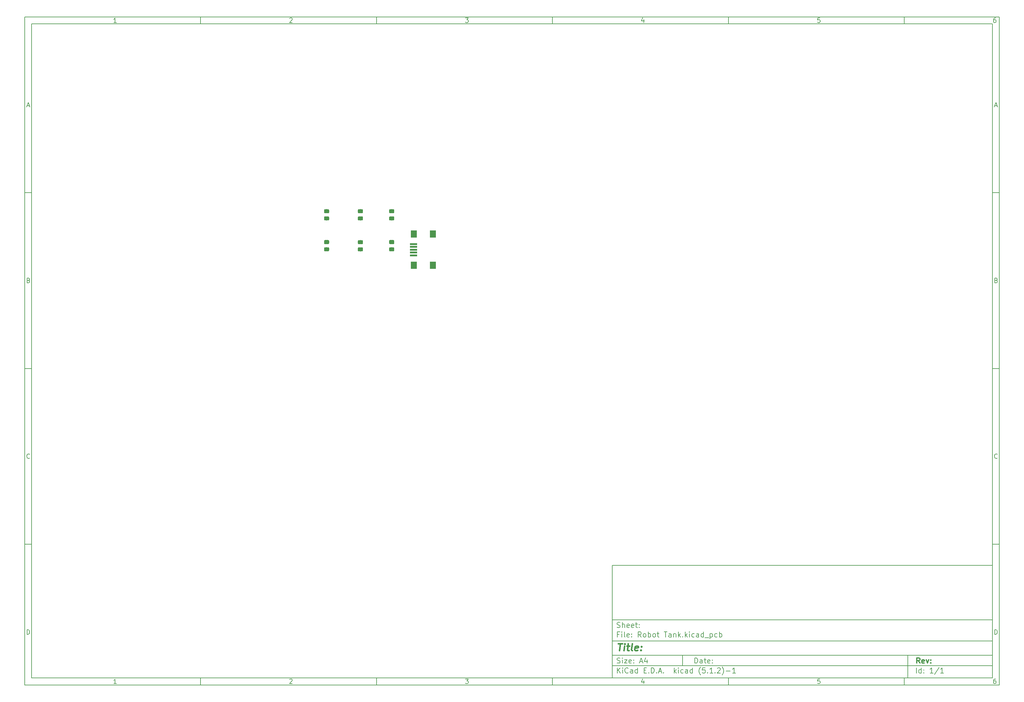
<source format=gtp>
G04 #@! TF.GenerationSoftware,KiCad,Pcbnew,(5.1.2)-1*
G04 #@! TF.CreationDate,2019-07-09T02:23:16-04:00*
G04 #@! TF.ProjectId,Robot Tank,526f626f-7420-4546-916e-6b2e6b696361,rev?*
G04 #@! TF.SameCoordinates,Original*
G04 #@! TF.FileFunction,Paste,Top*
G04 #@! TF.FilePolarity,Positive*
%FSLAX46Y46*%
G04 Gerber Fmt 4.6, Leading zero omitted, Abs format (unit mm)*
G04 Created by KiCad (PCBNEW (5.1.2)-1) date 2019-07-09 02:23:16*
%MOMM*%
%LPD*%
G04 APERTURE LIST*
%ADD10C,0.100000*%
%ADD11C,0.150000*%
%ADD12C,0.300000*%
%ADD13C,0.400000*%
%ADD14C,1.150000*%
%ADD15R,1.700000X2.000000*%
%ADD16R,2.000000X0.500000*%
G04 APERTURE END LIST*
D10*
D11*
X177002200Y-166007200D02*
X177002200Y-198007200D01*
X285002200Y-198007200D01*
X285002200Y-166007200D01*
X177002200Y-166007200D01*
D10*
D11*
X10000000Y-10000000D02*
X10000000Y-200007200D01*
X287002200Y-200007200D01*
X287002200Y-10000000D01*
X10000000Y-10000000D01*
D10*
D11*
X12000000Y-12000000D02*
X12000000Y-198007200D01*
X285002200Y-198007200D01*
X285002200Y-12000000D01*
X12000000Y-12000000D01*
D10*
D11*
X60000000Y-12000000D02*
X60000000Y-10000000D01*
D10*
D11*
X110000000Y-12000000D02*
X110000000Y-10000000D01*
D10*
D11*
X160000000Y-12000000D02*
X160000000Y-10000000D01*
D10*
D11*
X210000000Y-12000000D02*
X210000000Y-10000000D01*
D10*
D11*
X260000000Y-12000000D02*
X260000000Y-10000000D01*
D10*
D11*
X36065476Y-11588095D02*
X35322619Y-11588095D01*
X35694047Y-11588095D02*
X35694047Y-10288095D01*
X35570238Y-10473809D01*
X35446428Y-10597619D01*
X35322619Y-10659523D01*
D10*
D11*
X85322619Y-10411904D02*
X85384523Y-10350000D01*
X85508333Y-10288095D01*
X85817857Y-10288095D01*
X85941666Y-10350000D01*
X86003571Y-10411904D01*
X86065476Y-10535714D01*
X86065476Y-10659523D01*
X86003571Y-10845238D01*
X85260714Y-11588095D01*
X86065476Y-11588095D01*
D10*
D11*
X135260714Y-10288095D02*
X136065476Y-10288095D01*
X135632142Y-10783333D01*
X135817857Y-10783333D01*
X135941666Y-10845238D01*
X136003571Y-10907142D01*
X136065476Y-11030952D01*
X136065476Y-11340476D01*
X136003571Y-11464285D01*
X135941666Y-11526190D01*
X135817857Y-11588095D01*
X135446428Y-11588095D01*
X135322619Y-11526190D01*
X135260714Y-11464285D01*
D10*
D11*
X185941666Y-10721428D02*
X185941666Y-11588095D01*
X185632142Y-10226190D02*
X185322619Y-11154761D01*
X186127380Y-11154761D01*
D10*
D11*
X236003571Y-10288095D02*
X235384523Y-10288095D01*
X235322619Y-10907142D01*
X235384523Y-10845238D01*
X235508333Y-10783333D01*
X235817857Y-10783333D01*
X235941666Y-10845238D01*
X236003571Y-10907142D01*
X236065476Y-11030952D01*
X236065476Y-11340476D01*
X236003571Y-11464285D01*
X235941666Y-11526190D01*
X235817857Y-11588095D01*
X235508333Y-11588095D01*
X235384523Y-11526190D01*
X235322619Y-11464285D01*
D10*
D11*
X285941666Y-10288095D02*
X285694047Y-10288095D01*
X285570238Y-10350000D01*
X285508333Y-10411904D01*
X285384523Y-10597619D01*
X285322619Y-10845238D01*
X285322619Y-11340476D01*
X285384523Y-11464285D01*
X285446428Y-11526190D01*
X285570238Y-11588095D01*
X285817857Y-11588095D01*
X285941666Y-11526190D01*
X286003571Y-11464285D01*
X286065476Y-11340476D01*
X286065476Y-11030952D01*
X286003571Y-10907142D01*
X285941666Y-10845238D01*
X285817857Y-10783333D01*
X285570238Y-10783333D01*
X285446428Y-10845238D01*
X285384523Y-10907142D01*
X285322619Y-11030952D01*
D10*
D11*
X60000000Y-198007200D02*
X60000000Y-200007200D01*
D10*
D11*
X110000000Y-198007200D02*
X110000000Y-200007200D01*
D10*
D11*
X160000000Y-198007200D02*
X160000000Y-200007200D01*
D10*
D11*
X210000000Y-198007200D02*
X210000000Y-200007200D01*
D10*
D11*
X260000000Y-198007200D02*
X260000000Y-200007200D01*
D10*
D11*
X36065476Y-199595295D02*
X35322619Y-199595295D01*
X35694047Y-199595295D02*
X35694047Y-198295295D01*
X35570238Y-198481009D01*
X35446428Y-198604819D01*
X35322619Y-198666723D01*
D10*
D11*
X85322619Y-198419104D02*
X85384523Y-198357200D01*
X85508333Y-198295295D01*
X85817857Y-198295295D01*
X85941666Y-198357200D01*
X86003571Y-198419104D01*
X86065476Y-198542914D01*
X86065476Y-198666723D01*
X86003571Y-198852438D01*
X85260714Y-199595295D01*
X86065476Y-199595295D01*
D10*
D11*
X135260714Y-198295295D02*
X136065476Y-198295295D01*
X135632142Y-198790533D01*
X135817857Y-198790533D01*
X135941666Y-198852438D01*
X136003571Y-198914342D01*
X136065476Y-199038152D01*
X136065476Y-199347676D01*
X136003571Y-199471485D01*
X135941666Y-199533390D01*
X135817857Y-199595295D01*
X135446428Y-199595295D01*
X135322619Y-199533390D01*
X135260714Y-199471485D01*
D10*
D11*
X185941666Y-198728628D02*
X185941666Y-199595295D01*
X185632142Y-198233390D02*
X185322619Y-199161961D01*
X186127380Y-199161961D01*
D10*
D11*
X236003571Y-198295295D02*
X235384523Y-198295295D01*
X235322619Y-198914342D01*
X235384523Y-198852438D01*
X235508333Y-198790533D01*
X235817857Y-198790533D01*
X235941666Y-198852438D01*
X236003571Y-198914342D01*
X236065476Y-199038152D01*
X236065476Y-199347676D01*
X236003571Y-199471485D01*
X235941666Y-199533390D01*
X235817857Y-199595295D01*
X235508333Y-199595295D01*
X235384523Y-199533390D01*
X235322619Y-199471485D01*
D10*
D11*
X285941666Y-198295295D02*
X285694047Y-198295295D01*
X285570238Y-198357200D01*
X285508333Y-198419104D01*
X285384523Y-198604819D01*
X285322619Y-198852438D01*
X285322619Y-199347676D01*
X285384523Y-199471485D01*
X285446428Y-199533390D01*
X285570238Y-199595295D01*
X285817857Y-199595295D01*
X285941666Y-199533390D01*
X286003571Y-199471485D01*
X286065476Y-199347676D01*
X286065476Y-199038152D01*
X286003571Y-198914342D01*
X285941666Y-198852438D01*
X285817857Y-198790533D01*
X285570238Y-198790533D01*
X285446428Y-198852438D01*
X285384523Y-198914342D01*
X285322619Y-199038152D01*
D10*
D11*
X10000000Y-60000000D02*
X12000000Y-60000000D01*
D10*
D11*
X10000000Y-110000000D02*
X12000000Y-110000000D01*
D10*
D11*
X10000000Y-160000000D02*
X12000000Y-160000000D01*
D10*
D11*
X10690476Y-35216666D02*
X11309523Y-35216666D01*
X10566666Y-35588095D02*
X11000000Y-34288095D01*
X11433333Y-35588095D01*
D10*
D11*
X11092857Y-84907142D02*
X11278571Y-84969047D01*
X11340476Y-85030952D01*
X11402380Y-85154761D01*
X11402380Y-85340476D01*
X11340476Y-85464285D01*
X11278571Y-85526190D01*
X11154761Y-85588095D01*
X10659523Y-85588095D01*
X10659523Y-84288095D01*
X11092857Y-84288095D01*
X11216666Y-84350000D01*
X11278571Y-84411904D01*
X11340476Y-84535714D01*
X11340476Y-84659523D01*
X11278571Y-84783333D01*
X11216666Y-84845238D01*
X11092857Y-84907142D01*
X10659523Y-84907142D01*
D10*
D11*
X11402380Y-135464285D02*
X11340476Y-135526190D01*
X11154761Y-135588095D01*
X11030952Y-135588095D01*
X10845238Y-135526190D01*
X10721428Y-135402380D01*
X10659523Y-135278571D01*
X10597619Y-135030952D01*
X10597619Y-134845238D01*
X10659523Y-134597619D01*
X10721428Y-134473809D01*
X10845238Y-134350000D01*
X11030952Y-134288095D01*
X11154761Y-134288095D01*
X11340476Y-134350000D01*
X11402380Y-134411904D01*
D10*
D11*
X10659523Y-185588095D02*
X10659523Y-184288095D01*
X10969047Y-184288095D01*
X11154761Y-184350000D01*
X11278571Y-184473809D01*
X11340476Y-184597619D01*
X11402380Y-184845238D01*
X11402380Y-185030952D01*
X11340476Y-185278571D01*
X11278571Y-185402380D01*
X11154761Y-185526190D01*
X10969047Y-185588095D01*
X10659523Y-185588095D01*
D10*
D11*
X287002200Y-60000000D02*
X285002200Y-60000000D01*
D10*
D11*
X287002200Y-110000000D02*
X285002200Y-110000000D01*
D10*
D11*
X287002200Y-160000000D02*
X285002200Y-160000000D01*
D10*
D11*
X285692676Y-35216666D02*
X286311723Y-35216666D01*
X285568866Y-35588095D02*
X286002200Y-34288095D01*
X286435533Y-35588095D01*
D10*
D11*
X286095057Y-84907142D02*
X286280771Y-84969047D01*
X286342676Y-85030952D01*
X286404580Y-85154761D01*
X286404580Y-85340476D01*
X286342676Y-85464285D01*
X286280771Y-85526190D01*
X286156961Y-85588095D01*
X285661723Y-85588095D01*
X285661723Y-84288095D01*
X286095057Y-84288095D01*
X286218866Y-84350000D01*
X286280771Y-84411904D01*
X286342676Y-84535714D01*
X286342676Y-84659523D01*
X286280771Y-84783333D01*
X286218866Y-84845238D01*
X286095057Y-84907142D01*
X285661723Y-84907142D01*
D10*
D11*
X286404580Y-135464285D02*
X286342676Y-135526190D01*
X286156961Y-135588095D01*
X286033152Y-135588095D01*
X285847438Y-135526190D01*
X285723628Y-135402380D01*
X285661723Y-135278571D01*
X285599819Y-135030952D01*
X285599819Y-134845238D01*
X285661723Y-134597619D01*
X285723628Y-134473809D01*
X285847438Y-134350000D01*
X286033152Y-134288095D01*
X286156961Y-134288095D01*
X286342676Y-134350000D01*
X286404580Y-134411904D01*
D10*
D11*
X285661723Y-185588095D02*
X285661723Y-184288095D01*
X285971247Y-184288095D01*
X286156961Y-184350000D01*
X286280771Y-184473809D01*
X286342676Y-184597619D01*
X286404580Y-184845238D01*
X286404580Y-185030952D01*
X286342676Y-185278571D01*
X286280771Y-185402380D01*
X286156961Y-185526190D01*
X285971247Y-185588095D01*
X285661723Y-185588095D01*
D10*
D11*
X200434342Y-193785771D02*
X200434342Y-192285771D01*
X200791485Y-192285771D01*
X201005771Y-192357200D01*
X201148628Y-192500057D01*
X201220057Y-192642914D01*
X201291485Y-192928628D01*
X201291485Y-193142914D01*
X201220057Y-193428628D01*
X201148628Y-193571485D01*
X201005771Y-193714342D01*
X200791485Y-193785771D01*
X200434342Y-193785771D01*
X202577200Y-193785771D02*
X202577200Y-193000057D01*
X202505771Y-192857200D01*
X202362914Y-192785771D01*
X202077200Y-192785771D01*
X201934342Y-192857200D01*
X202577200Y-193714342D02*
X202434342Y-193785771D01*
X202077200Y-193785771D01*
X201934342Y-193714342D01*
X201862914Y-193571485D01*
X201862914Y-193428628D01*
X201934342Y-193285771D01*
X202077200Y-193214342D01*
X202434342Y-193214342D01*
X202577200Y-193142914D01*
X203077200Y-192785771D02*
X203648628Y-192785771D01*
X203291485Y-192285771D02*
X203291485Y-193571485D01*
X203362914Y-193714342D01*
X203505771Y-193785771D01*
X203648628Y-193785771D01*
X204720057Y-193714342D02*
X204577200Y-193785771D01*
X204291485Y-193785771D01*
X204148628Y-193714342D01*
X204077200Y-193571485D01*
X204077200Y-193000057D01*
X204148628Y-192857200D01*
X204291485Y-192785771D01*
X204577200Y-192785771D01*
X204720057Y-192857200D01*
X204791485Y-193000057D01*
X204791485Y-193142914D01*
X204077200Y-193285771D01*
X205434342Y-193642914D02*
X205505771Y-193714342D01*
X205434342Y-193785771D01*
X205362914Y-193714342D01*
X205434342Y-193642914D01*
X205434342Y-193785771D01*
X205434342Y-192857200D02*
X205505771Y-192928628D01*
X205434342Y-193000057D01*
X205362914Y-192928628D01*
X205434342Y-192857200D01*
X205434342Y-193000057D01*
D10*
D11*
X177002200Y-194507200D02*
X285002200Y-194507200D01*
D10*
D11*
X178434342Y-196585771D02*
X178434342Y-195085771D01*
X179291485Y-196585771D02*
X178648628Y-195728628D01*
X179291485Y-195085771D02*
X178434342Y-195942914D01*
X179934342Y-196585771D02*
X179934342Y-195585771D01*
X179934342Y-195085771D02*
X179862914Y-195157200D01*
X179934342Y-195228628D01*
X180005771Y-195157200D01*
X179934342Y-195085771D01*
X179934342Y-195228628D01*
X181505771Y-196442914D02*
X181434342Y-196514342D01*
X181220057Y-196585771D01*
X181077200Y-196585771D01*
X180862914Y-196514342D01*
X180720057Y-196371485D01*
X180648628Y-196228628D01*
X180577200Y-195942914D01*
X180577200Y-195728628D01*
X180648628Y-195442914D01*
X180720057Y-195300057D01*
X180862914Y-195157200D01*
X181077200Y-195085771D01*
X181220057Y-195085771D01*
X181434342Y-195157200D01*
X181505771Y-195228628D01*
X182791485Y-196585771D02*
X182791485Y-195800057D01*
X182720057Y-195657200D01*
X182577200Y-195585771D01*
X182291485Y-195585771D01*
X182148628Y-195657200D01*
X182791485Y-196514342D02*
X182648628Y-196585771D01*
X182291485Y-196585771D01*
X182148628Y-196514342D01*
X182077200Y-196371485D01*
X182077200Y-196228628D01*
X182148628Y-196085771D01*
X182291485Y-196014342D01*
X182648628Y-196014342D01*
X182791485Y-195942914D01*
X184148628Y-196585771D02*
X184148628Y-195085771D01*
X184148628Y-196514342D02*
X184005771Y-196585771D01*
X183720057Y-196585771D01*
X183577200Y-196514342D01*
X183505771Y-196442914D01*
X183434342Y-196300057D01*
X183434342Y-195871485D01*
X183505771Y-195728628D01*
X183577200Y-195657200D01*
X183720057Y-195585771D01*
X184005771Y-195585771D01*
X184148628Y-195657200D01*
X186005771Y-195800057D02*
X186505771Y-195800057D01*
X186720057Y-196585771D02*
X186005771Y-196585771D01*
X186005771Y-195085771D01*
X186720057Y-195085771D01*
X187362914Y-196442914D02*
X187434342Y-196514342D01*
X187362914Y-196585771D01*
X187291485Y-196514342D01*
X187362914Y-196442914D01*
X187362914Y-196585771D01*
X188077200Y-196585771D02*
X188077200Y-195085771D01*
X188434342Y-195085771D01*
X188648628Y-195157200D01*
X188791485Y-195300057D01*
X188862914Y-195442914D01*
X188934342Y-195728628D01*
X188934342Y-195942914D01*
X188862914Y-196228628D01*
X188791485Y-196371485D01*
X188648628Y-196514342D01*
X188434342Y-196585771D01*
X188077200Y-196585771D01*
X189577200Y-196442914D02*
X189648628Y-196514342D01*
X189577200Y-196585771D01*
X189505771Y-196514342D01*
X189577200Y-196442914D01*
X189577200Y-196585771D01*
X190220057Y-196157200D02*
X190934342Y-196157200D01*
X190077200Y-196585771D02*
X190577200Y-195085771D01*
X191077200Y-196585771D01*
X191577200Y-196442914D02*
X191648628Y-196514342D01*
X191577200Y-196585771D01*
X191505771Y-196514342D01*
X191577200Y-196442914D01*
X191577200Y-196585771D01*
X194577200Y-196585771D02*
X194577200Y-195085771D01*
X194720057Y-196014342D02*
X195148628Y-196585771D01*
X195148628Y-195585771D02*
X194577200Y-196157200D01*
X195791485Y-196585771D02*
X195791485Y-195585771D01*
X195791485Y-195085771D02*
X195720057Y-195157200D01*
X195791485Y-195228628D01*
X195862914Y-195157200D01*
X195791485Y-195085771D01*
X195791485Y-195228628D01*
X197148628Y-196514342D02*
X197005771Y-196585771D01*
X196720057Y-196585771D01*
X196577200Y-196514342D01*
X196505771Y-196442914D01*
X196434342Y-196300057D01*
X196434342Y-195871485D01*
X196505771Y-195728628D01*
X196577200Y-195657200D01*
X196720057Y-195585771D01*
X197005771Y-195585771D01*
X197148628Y-195657200D01*
X198434342Y-196585771D02*
X198434342Y-195800057D01*
X198362914Y-195657200D01*
X198220057Y-195585771D01*
X197934342Y-195585771D01*
X197791485Y-195657200D01*
X198434342Y-196514342D02*
X198291485Y-196585771D01*
X197934342Y-196585771D01*
X197791485Y-196514342D01*
X197720057Y-196371485D01*
X197720057Y-196228628D01*
X197791485Y-196085771D01*
X197934342Y-196014342D01*
X198291485Y-196014342D01*
X198434342Y-195942914D01*
X199791485Y-196585771D02*
X199791485Y-195085771D01*
X199791485Y-196514342D02*
X199648628Y-196585771D01*
X199362914Y-196585771D01*
X199220057Y-196514342D01*
X199148628Y-196442914D01*
X199077200Y-196300057D01*
X199077200Y-195871485D01*
X199148628Y-195728628D01*
X199220057Y-195657200D01*
X199362914Y-195585771D01*
X199648628Y-195585771D01*
X199791485Y-195657200D01*
X202077200Y-197157200D02*
X202005771Y-197085771D01*
X201862914Y-196871485D01*
X201791485Y-196728628D01*
X201720057Y-196514342D01*
X201648628Y-196157200D01*
X201648628Y-195871485D01*
X201720057Y-195514342D01*
X201791485Y-195300057D01*
X201862914Y-195157200D01*
X202005771Y-194942914D01*
X202077200Y-194871485D01*
X203362914Y-195085771D02*
X202648628Y-195085771D01*
X202577200Y-195800057D01*
X202648628Y-195728628D01*
X202791485Y-195657200D01*
X203148628Y-195657200D01*
X203291485Y-195728628D01*
X203362914Y-195800057D01*
X203434342Y-195942914D01*
X203434342Y-196300057D01*
X203362914Y-196442914D01*
X203291485Y-196514342D01*
X203148628Y-196585771D01*
X202791485Y-196585771D01*
X202648628Y-196514342D01*
X202577200Y-196442914D01*
X204077200Y-196442914D02*
X204148628Y-196514342D01*
X204077200Y-196585771D01*
X204005771Y-196514342D01*
X204077200Y-196442914D01*
X204077200Y-196585771D01*
X205577200Y-196585771D02*
X204720057Y-196585771D01*
X205148628Y-196585771D02*
X205148628Y-195085771D01*
X205005771Y-195300057D01*
X204862914Y-195442914D01*
X204720057Y-195514342D01*
X206220057Y-196442914D02*
X206291485Y-196514342D01*
X206220057Y-196585771D01*
X206148628Y-196514342D01*
X206220057Y-196442914D01*
X206220057Y-196585771D01*
X206862914Y-195228628D02*
X206934342Y-195157200D01*
X207077200Y-195085771D01*
X207434342Y-195085771D01*
X207577200Y-195157200D01*
X207648628Y-195228628D01*
X207720057Y-195371485D01*
X207720057Y-195514342D01*
X207648628Y-195728628D01*
X206791485Y-196585771D01*
X207720057Y-196585771D01*
X208220057Y-197157200D02*
X208291485Y-197085771D01*
X208434342Y-196871485D01*
X208505771Y-196728628D01*
X208577200Y-196514342D01*
X208648628Y-196157200D01*
X208648628Y-195871485D01*
X208577200Y-195514342D01*
X208505771Y-195300057D01*
X208434342Y-195157200D01*
X208291485Y-194942914D01*
X208220057Y-194871485D01*
X209362914Y-196014342D02*
X210505771Y-196014342D01*
X212005771Y-196585771D02*
X211148628Y-196585771D01*
X211577200Y-196585771D02*
X211577200Y-195085771D01*
X211434342Y-195300057D01*
X211291485Y-195442914D01*
X211148628Y-195514342D01*
D10*
D11*
X177002200Y-191507200D02*
X285002200Y-191507200D01*
D10*
D12*
X264411485Y-193785771D02*
X263911485Y-193071485D01*
X263554342Y-193785771D02*
X263554342Y-192285771D01*
X264125771Y-192285771D01*
X264268628Y-192357200D01*
X264340057Y-192428628D01*
X264411485Y-192571485D01*
X264411485Y-192785771D01*
X264340057Y-192928628D01*
X264268628Y-193000057D01*
X264125771Y-193071485D01*
X263554342Y-193071485D01*
X265625771Y-193714342D02*
X265482914Y-193785771D01*
X265197200Y-193785771D01*
X265054342Y-193714342D01*
X264982914Y-193571485D01*
X264982914Y-193000057D01*
X265054342Y-192857200D01*
X265197200Y-192785771D01*
X265482914Y-192785771D01*
X265625771Y-192857200D01*
X265697200Y-193000057D01*
X265697200Y-193142914D01*
X264982914Y-193285771D01*
X266197200Y-192785771D02*
X266554342Y-193785771D01*
X266911485Y-192785771D01*
X267482914Y-193642914D02*
X267554342Y-193714342D01*
X267482914Y-193785771D01*
X267411485Y-193714342D01*
X267482914Y-193642914D01*
X267482914Y-193785771D01*
X267482914Y-192857200D02*
X267554342Y-192928628D01*
X267482914Y-193000057D01*
X267411485Y-192928628D01*
X267482914Y-192857200D01*
X267482914Y-193000057D01*
D10*
D11*
X178362914Y-193714342D02*
X178577200Y-193785771D01*
X178934342Y-193785771D01*
X179077200Y-193714342D01*
X179148628Y-193642914D01*
X179220057Y-193500057D01*
X179220057Y-193357200D01*
X179148628Y-193214342D01*
X179077200Y-193142914D01*
X178934342Y-193071485D01*
X178648628Y-193000057D01*
X178505771Y-192928628D01*
X178434342Y-192857200D01*
X178362914Y-192714342D01*
X178362914Y-192571485D01*
X178434342Y-192428628D01*
X178505771Y-192357200D01*
X178648628Y-192285771D01*
X179005771Y-192285771D01*
X179220057Y-192357200D01*
X179862914Y-193785771D02*
X179862914Y-192785771D01*
X179862914Y-192285771D02*
X179791485Y-192357200D01*
X179862914Y-192428628D01*
X179934342Y-192357200D01*
X179862914Y-192285771D01*
X179862914Y-192428628D01*
X180434342Y-192785771D02*
X181220057Y-192785771D01*
X180434342Y-193785771D01*
X181220057Y-193785771D01*
X182362914Y-193714342D02*
X182220057Y-193785771D01*
X181934342Y-193785771D01*
X181791485Y-193714342D01*
X181720057Y-193571485D01*
X181720057Y-193000057D01*
X181791485Y-192857200D01*
X181934342Y-192785771D01*
X182220057Y-192785771D01*
X182362914Y-192857200D01*
X182434342Y-193000057D01*
X182434342Y-193142914D01*
X181720057Y-193285771D01*
X183077200Y-193642914D02*
X183148628Y-193714342D01*
X183077200Y-193785771D01*
X183005771Y-193714342D01*
X183077200Y-193642914D01*
X183077200Y-193785771D01*
X183077200Y-192857200D02*
X183148628Y-192928628D01*
X183077200Y-193000057D01*
X183005771Y-192928628D01*
X183077200Y-192857200D01*
X183077200Y-193000057D01*
X184862914Y-193357200D02*
X185577200Y-193357200D01*
X184720057Y-193785771D02*
X185220057Y-192285771D01*
X185720057Y-193785771D01*
X186862914Y-192785771D02*
X186862914Y-193785771D01*
X186505771Y-192214342D02*
X186148628Y-193285771D01*
X187077200Y-193285771D01*
D10*
D11*
X263434342Y-196585771D02*
X263434342Y-195085771D01*
X264791485Y-196585771D02*
X264791485Y-195085771D01*
X264791485Y-196514342D02*
X264648628Y-196585771D01*
X264362914Y-196585771D01*
X264220057Y-196514342D01*
X264148628Y-196442914D01*
X264077200Y-196300057D01*
X264077200Y-195871485D01*
X264148628Y-195728628D01*
X264220057Y-195657200D01*
X264362914Y-195585771D01*
X264648628Y-195585771D01*
X264791485Y-195657200D01*
X265505771Y-196442914D02*
X265577200Y-196514342D01*
X265505771Y-196585771D01*
X265434342Y-196514342D01*
X265505771Y-196442914D01*
X265505771Y-196585771D01*
X265505771Y-195657200D02*
X265577200Y-195728628D01*
X265505771Y-195800057D01*
X265434342Y-195728628D01*
X265505771Y-195657200D01*
X265505771Y-195800057D01*
X268148628Y-196585771D02*
X267291485Y-196585771D01*
X267720057Y-196585771D02*
X267720057Y-195085771D01*
X267577200Y-195300057D01*
X267434342Y-195442914D01*
X267291485Y-195514342D01*
X269862914Y-195014342D02*
X268577200Y-196942914D01*
X271148628Y-196585771D02*
X270291485Y-196585771D01*
X270720057Y-196585771D02*
X270720057Y-195085771D01*
X270577200Y-195300057D01*
X270434342Y-195442914D01*
X270291485Y-195514342D01*
D10*
D11*
X177002200Y-187507200D02*
X285002200Y-187507200D01*
D10*
D13*
X178714580Y-188211961D02*
X179857438Y-188211961D01*
X179036009Y-190211961D02*
X179286009Y-188211961D01*
X180274104Y-190211961D02*
X180440771Y-188878628D01*
X180524104Y-188211961D02*
X180416961Y-188307200D01*
X180500295Y-188402438D01*
X180607438Y-188307200D01*
X180524104Y-188211961D01*
X180500295Y-188402438D01*
X181107438Y-188878628D02*
X181869342Y-188878628D01*
X181476485Y-188211961D02*
X181262200Y-189926247D01*
X181333628Y-190116723D01*
X181512200Y-190211961D01*
X181702676Y-190211961D01*
X182655057Y-190211961D02*
X182476485Y-190116723D01*
X182405057Y-189926247D01*
X182619342Y-188211961D01*
X184190771Y-190116723D02*
X183988390Y-190211961D01*
X183607438Y-190211961D01*
X183428866Y-190116723D01*
X183357438Y-189926247D01*
X183452676Y-189164342D01*
X183571723Y-188973866D01*
X183774104Y-188878628D01*
X184155057Y-188878628D01*
X184333628Y-188973866D01*
X184405057Y-189164342D01*
X184381247Y-189354819D01*
X183405057Y-189545295D01*
X185155057Y-190021485D02*
X185238390Y-190116723D01*
X185131247Y-190211961D01*
X185047914Y-190116723D01*
X185155057Y-190021485D01*
X185131247Y-190211961D01*
X185286009Y-188973866D02*
X185369342Y-189069104D01*
X185262200Y-189164342D01*
X185178866Y-189069104D01*
X185286009Y-188973866D01*
X185262200Y-189164342D01*
D10*
D11*
X178934342Y-185600057D02*
X178434342Y-185600057D01*
X178434342Y-186385771D02*
X178434342Y-184885771D01*
X179148628Y-184885771D01*
X179720057Y-186385771D02*
X179720057Y-185385771D01*
X179720057Y-184885771D02*
X179648628Y-184957200D01*
X179720057Y-185028628D01*
X179791485Y-184957200D01*
X179720057Y-184885771D01*
X179720057Y-185028628D01*
X180648628Y-186385771D02*
X180505771Y-186314342D01*
X180434342Y-186171485D01*
X180434342Y-184885771D01*
X181791485Y-186314342D02*
X181648628Y-186385771D01*
X181362914Y-186385771D01*
X181220057Y-186314342D01*
X181148628Y-186171485D01*
X181148628Y-185600057D01*
X181220057Y-185457200D01*
X181362914Y-185385771D01*
X181648628Y-185385771D01*
X181791485Y-185457200D01*
X181862914Y-185600057D01*
X181862914Y-185742914D01*
X181148628Y-185885771D01*
X182505771Y-186242914D02*
X182577200Y-186314342D01*
X182505771Y-186385771D01*
X182434342Y-186314342D01*
X182505771Y-186242914D01*
X182505771Y-186385771D01*
X182505771Y-185457200D02*
X182577200Y-185528628D01*
X182505771Y-185600057D01*
X182434342Y-185528628D01*
X182505771Y-185457200D01*
X182505771Y-185600057D01*
X185220057Y-186385771D02*
X184720057Y-185671485D01*
X184362914Y-186385771D02*
X184362914Y-184885771D01*
X184934342Y-184885771D01*
X185077200Y-184957200D01*
X185148628Y-185028628D01*
X185220057Y-185171485D01*
X185220057Y-185385771D01*
X185148628Y-185528628D01*
X185077200Y-185600057D01*
X184934342Y-185671485D01*
X184362914Y-185671485D01*
X186077200Y-186385771D02*
X185934342Y-186314342D01*
X185862914Y-186242914D01*
X185791485Y-186100057D01*
X185791485Y-185671485D01*
X185862914Y-185528628D01*
X185934342Y-185457200D01*
X186077200Y-185385771D01*
X186291485Y-185385771D01*
X186434342Y-185457200D01*
X186505771Y-185528628D01*
X186577200Y-185671485D01*
X186577200Y-186100057D01*
X186505771Y-186242914D01*
X186434342Y-186314342D01*
X186291485Y-186385771D01*
X186077200Y-186385771D01*
X187220057Y-186385771D02*
X187220057Y-184885771D01*
X187220057Y-185457200D02*
X187362914Y-185385771D01*
X187648628Y-185385771D01*
X187791485Y-185457200D01*
X187862914Y-185528628D01*
X187934342Y-185671485D01*
X187934342Y-186100057D01*
X187862914Y-186242914D01*
X187791485Y-186314342D01*
X187648628Y-186385771D01*
X187362914Y-186385771D01*
X187220057Y-186314342D01*
X188791485Y-186385771D02*
X188648628Y-186314342D01*
X188577200Y-186242914D01*
X188505771Y-186100057D01*
X188505771Y-185671485D01*
X188577200Y-185528628D01*
X188648628Y-185457200D01*
X188791485Y-185385771D01*
X189005771Y-185385771D01*
X189148628Y-185457200D01*
X189220057Y-185528628D01*
X189291485Y-185671485D01*
X189291485Y-186100057D01*
X189220057Y-186242914D01*
X189148628Y-186314342D01*
X189005771Y-186385771D01*
X188791485Y-186385771D01*
X189720057Y-185385771D02*
X190291485Y-185385771D01*
X189934342Y-184885771D02*
X189934342Y-186171485D01*
X190005771Y-186314342D01*
X190148628Y-186385771D01*
X190291485Y-186385771D01*
X191720057Y-184885771D02*
X192577200Y-184885771D01*
X192148628Y-186385771D02*
X192148628Y-184885771D01*
X193720057Y-186385771D02*
X193720057Y-185600057D01*
X193648628Y-185457200D01*
X193505771Y-185385771D01*
X193220057Y-185385771D01*
X193077200Y-185457200D01*
X193720057Y-186314342D02*
X193577200Y-186385771D01*
X193220057Y-186385771D01*
X193077200Y-186314342D01*
X193005771Y-186171485D01*
X193005771Y-186028628D01*
X193077200Y-185885771D01*
X193220057Y-185814342D01*
X193577200Y-185814342D01*
X193720057Y-185742914D01*
X194434342Y-185385771D02*
X194434342Y-186385771D01*
X194434342Y-185528628D02*
X194505771Y-185457200D01*
X194648628Y-185385771D01*
X194862914Y-185385771D01*
X195005771Y-185457200D01*
X195077200Y-185600057D01*
X195077200Y-186385771D01*
X195791485Y-186385771D02*
X195791485Y-184885771D01*
X195934342Y-185814342D02*
X196362914Y-186385771D01*
X196362914Y-185385771D02*
X195791485Y-185957200D01*
X197005771Y-186242914D02*
X197077200Y-186314342D01*
X197005771Y-186385771D01*
X196934342Y-186314342D01*
X197005771Y-186242914D01*
X197005771Y-186385771D01*
X197720057Y-186385771D02*
X197720057Y-184885771D01*
X197862914Y-185814342D02*
X198291485Y-186385771D01*
X198291485Y-185385771D02*
X197720057Y-185957200D01*
X198934342Y-186385771D02*
X198934342Y-185385771D01*
X198934342Y-184885771D02*
X198862914Y-184957200D01*
X198934342Y-185028628D01*
X199005771Y-184957200D01*
X198934342Y-184885771D01*
X198934342Y-185028628D01*
X200291485Y-186314342D02*
X200148628Y-186385771D01*
X199862914Y-186385771D01*
X199720057Y-186314342D01*
X199648628Y-186242914D01*
X199577200Y-186100057D01*
X199577200Y-185671485D01*
X199648628Y-185528628D01*
X199720057Y-185457200D01*
X199862914Y-185385771D01*
X200148628Y-185385771D01*
X200291485Y-185457200D01*
X201577200Y-186385771D02*
X201577200Y-185600057D01*
X201505771Y-185457200D01*
X201362914Y-185385771D01*
X201077200Y-185385771D01*
X200934342Y-185457200D01*
X201577200Y-186314342D02*
X201434342Y-186385771D01*
X201077200Y-186385771D01*
X200934342Y-186314342D01*
X200862914Y-186171485D01*
X200862914Y-186028628D01*
X200934342Y-185885771D01*
X201077200Y-185814342D01*
X201434342Y-185814342D01*
X201577200Y-185742914D01*
X202934342Y-186385771D02*
X202934342Y-184885771D01*
X202934342Y-186314342D02*
X202791485Y-186385771D01*
X202505771Y-186385771D01*
X202362914Y-186314342D01*
X202291485Y-186242914D01*
X202220057Y-186100057D01*
X202220057Y-185671485D01*
X202291485Y-185528628D01*
X202362914Y-185457200D01*
X202505771Y-185385771D01*
X202791485Y-185385771D01*
X202934342Y-185457200D01*
X203291485Y-186528628D02*
X204434342Y-186528628D01*
X204791485Y-185385771D02*
X204791485Y-186885771D01*
X204791485Y-185457200D02*
X204934342Y-185385771D01*
X205220057Y-185385771D01*
X205362914Y-185457200D01*
X205434342Y-185528628D01*
X205505771Y-185671485D01*
X205505771Y-186100057D01*
X205434342Y-186242914D01*
X205362914Y-186314342D01*
X205220057Y-186385771D01*
X204934342Y-186385771D01*
X204791485Y-186314342D01*
X206791485Y-186314342D02*
X206648628Y-186385771D01*
X206362914Y-186385771D01*
X206220057Y-186314342D01*
X206148628Y-186242914D01*
X206077200Y-186100057D01*
X206077200Y-185671485D01*
X206148628Y-185528628D01*
X206220057Y-185457200D01*
X206362914Y-185385771D01*
X206648628Y-185385771D01*
X206791485Y-185457200D01*
X207434342Y-186385771D02*
X207434342Y-184885771D01*
X207434342Y-185457200D02*
X207577200Y-185385771D01*
X207862914Y-185385771D01*
X208005771Y-185457200D01*
X208077200Y-185528628D01*
X208148628Y-185671485D01*
X208148628Y-186100057D01*
X208077200Y-186242914D01*
X208005771Y-186314342D01*
X207862914Y-186385771D01*
X207577200Y-186385771D01*
X207434342Y-186314342D01*
D10*
D11*
X177002200Y-181507200D02*
X285002200Y-181507200D01*
D10*
D11*
X178362914Y-183614342D02*
X178577200Y-183685771D01*
X178934342Y-183685771D01*
X179077200Y-183614342D01*
X179148628Y-183542914D01*
X179220057Y-183400057D01*
X179220057Y-183257200D01*
X179148628Y-183114342D01*
X179077200Y-183042914D01*
X178934342Y-182971485D01*
X178648628Y-182900057D01*
X178505771Y-182828628D01*
X178434342Y-182757200D01*
X178362914Y-182614342D01*
X178362914Y-182471485D01*
X178434342Y-182328628D01*
X178505771Y-182257200D01*
X178648628Y-182185771D01*
X179005771Y-182185771D01*
X179220057Y-182257200D01*
X179862914Y-183685771D02*
X179862914Y-182185771D01*
X180505771Y-183685771D02*
X180505771Y-182900057D01*
X180434342Y-182757200D01*
X180291485Y-182685771D01*
X180077200Y-182685771D01*
X179934342Y-182757200D01*
X179862914Y-182828628D01*
X181791485Y-183614342D02*
X181648628Y-183685771D01*
X181362914Y-183685771D01*
X181220057Y-183614342D01*
X181148628Y-183471485D01*
X181148628Y-182900057D01*
X181220057Y-182757200D01*
X181362914Y-182685771D01*
X181648628Y-182685771D01*
X181791485Y-182757200D01*
X181862914Y-182900057D01*
X181862914Y-183042914D01*
X181148628Y-183185771D01*
X183077200Y-183614342D02*
X182934342Y-183685771D01*
X182648628Y-183685771D01*
X182505771Y-183614342D01*
X182434342Y-183471485D01*
X182434342Y-182900057D01*
X182505771Y-182757200D01*
X182648628Y-182685771D01*
X182934342Y-182685771D01*
X183077200Y-182757200D01*
X183148628Y-182900057D01*
X183148628Y-183042914D01*
X182434342Y-183185771D01*
X183577200Y-182685771D02*
X184148628Y-182685771D01*
X183791485Y-182185771D02*
X183791485Y-183471485D01*
X183862914Y-183614342D01*
X184005771Y-183685771D01*
X184148628Y-183685771D01*
X184648628Y-183542914D02*
X184720057Y-183614342D01*
X184648628Y-183685771D01*
X184577200Y-183614342D01*
X184648628Y-183542914D01*
X184648628Y-183685771D01*
X184648628Y-182757200D02*
X184720057Y-182828628D01*
X184648628Y-182900057D01*
X184577200Y-182828628D01*
X184648628Y-182757200D01*
X184648628Y-182900057D01*
D10*
D11*
X197002200Y-191507200D02*
X197002200Y-194507200D01*
D10*
D11*
X261002200Y-191507200D02*
X261002200Y-198007200D01*
D10*
G36*
X114774505Y-64686204D02*
G01*
X114798773Y-64689804D01*
X114822572Y-64695765D01*
X114845671Y-64704030D01*
X114867850Y-64714520D01*
X114888893Y-64727132D01*
X114908599Y-64741747D01*
X114926777Y-64758223D01*
X114943253Y-64776401D01*
X114957868Y-64796107D01*
X114970480Y-64817150D01*
X114980970Y-64839329D01*
X114989235Y-64862428D01*
X114995196Y-64886227D01*
X114998796Y-64910495D01*
X115000000Y-64934999D01*
X115000000Y-65585001D01*
X114998796Y-65609505D01*
X114995196Y-65633773D01*
X114989235Y-65657572D01*
X114980970Y-65680671D01*
X114970480Y-65702850D01*
X114957868Y-65723893D01*
X114943253Y-65743599D01*
X114926777Y-65761777D01*
X114908599Y-65778253D01*
X114888893Y-65792868D01*
X114867850Y-65805480D01*
X114845671Y-65815970D01*
X114822572Y-65824235D01*
X114798773Y-65830196D01*
X114774505Y-65833796D01*
X114750001Y-65835000D01*
X113849999Y-65835000D01*
X113825495Y-65833796D01*
X113801227Y-65830196D01*
X113777428Y-65824235D01*
X113754329Y-65815970D01*
X113732150Y-65805480D01*
X113711107Y-65792868D01*
X113691401Y-65778253D01*
X113673223Y-65761777D01*
X113656747Y-65743599D01*
X113642132Y-65723893D01*
X113629520Y-65702850D01*
X113619030Y-65680671D01*
X113610765Y-65657572D01*
X113604804Y-65633773D01*
X113601204Y-65609505D01*
X113600000Y-65585001D01*
X113600000Y-64934999D01*
X113601204Y-64910495D01*
X113604804Y-64886227D01*
X113610765Y-64862428D01*
X113619030Y-64839329D01*
X113629520Y-64817150D01*
X113642132Y-64796107D01*
X113656747Y-64776401D01*
X113673223Y-64758223D01*
X113691401Y-64741747D01*
X113711107Y-64727132D01*
X113732150Y-64714520D01*
X113754329Y-64704030D01*
X113777428Y-64695765D01*
X113801227Y-64689804D01*
X113825495Y-64686204D01*
X113849999Y-64685000D01*
X114750001Y-64685000D01*
X114774505Y-64686204D01*
X114774505Y-64686204D01*
G37*
D14*
X114300000Y-65260000D03*
D10*
G36*
X114774505Y-66736204D02*
G01*
X114798773Y-66739804D01*
X114822572Y-66745765D01*
X114845671Y-66754030D01*
X114867850Y-66764520D01*
X114888893Y-66777132D01*
X114908599Y-66791747D01*
X114926777Y-66808223D01*
X114943253Y-66826401D01*
X114957868Y-66846107D01*
X114970480Y-66867150D01*
X114980970Y-66889329D01*
X114989235Y-66912428D01*
X114995196Y-66936227D01*
X114998796Y-66960495D01*
X115000000Y-66984999D01*
X115000000Y-67635001D01*
X114998796Y-67659505D01*
X114995196Y-67683773D01*
X114989235Y-67707572D01*
X114980970Y-67730671D01*
X114970480Y-67752850D01*
X114957868Y-67773893D01*
X114943253Y-67793599D01*
X114926777Y-67811777D01*
X114908599Y-67828253D01*
X114888893Y-67842868D01*
X114867850Y-67855480D01*
X114845671Y-67865970D01*
X114822572Y-67874235D01*
X114798773Y-67880196D01*
X114774505Y-67883796D01*
X114750001Y-67885000D01*
X113849999Y-67885000D01*
X113825495Y-67883796D01*
X113801227Y-67880196D01*
X113777428Y-67874235D01*
X113754329Y-67865970D01*
X113732150Y-67855480D01*
X113711107Y-67842868D01*
X113691401Y-67828253D01*
X113673223Y-67811777D01*
X113656747Y-67793599D01*
X113642132Y-67773893D01*
X113629520Y-67752850D01*
X113619030Y-67730671D01*
X113610765Y-67707572D01*
X113604804Y-67683773D01*
X113601204Y-67659505D01*
X113600000Y-67635001D01*
X113600000Y-66984999D01*
X113601204Y-66960495D01*
X113604804Y-66936227D01*
X113610765Y-66912428D01*
X113619030Y-66889329D01*
X113629520Y-66867150D01*
X113642132Y-66846107D01*
X113656747Y-66826401D01*
X113673223Y-66808223D01*
X113691401Y-66791747D01*
X113711107Y-66777132D01*
X113732150Y-66764520D01*
X113754329Y-66754030D01*
X113777428Y-66745765D01*
X113801227Y-66739804D01*
X113825495Y-66736204D01*
X113849999Y-66735000D01*
X114750001Y-66735000D01*
X114774505Y-66736204D01*
X114774505Y-66736204D01*
G37*
D14*
X114300000Y-67310000D03*
D10*
G36*
X114774505Y-73461204D02*
G01*
X114798773Y-73464804D01*
X114822572Y-73470765D01*
X114845671Y-73479030D01*
X114867850Y-73489520D01*
X114888893Y-73502132D01*
X114908599Y-73516747D01*
X114926777Y-73533223D01*
X114943253Y-73551401D01*
X114957868Y-73571107D01*
X114970480Y-73592150D01*
X114980970Y-73614329D01*
X114989235Y-73637428D01*
X114995196Y-73661227D01*
X114998796Y-73685495D01*
X115000000Y-73709999D01*
X115000000Y-74360001D01*
X114998796Y-74384505D01*
X114995196Y-74408773D01*
X114989235Y-74432572D01*
X114980970Y-74455671D01*
X114970480Y-74477850D01*
X114957868Y-74498893D01*
X114943253Y-74518599D01*
X114926777Y-74536777D01*
X114908599Y-74553253D01*
X114888893Y-74567868D01*
X114867850Y-74580480D01*
X114845671Y-74590970D01*
X114822572Y-74599235D01*
X114798773Y-74605196D01*
X114774505Y-74608796D01*
X114750001Y-74610000D01*
X113849999Y-74610000D01*
X113825495Y-74608796D01*
X113801227Y-74605196D01*
X113777428Y-74599235D01*
X113754329Y-74590970D01*
X113732150Y-74580480D01*
X113711107Y-74567868D01*
X113691401Y-74553253D01*
X113673223Y-74536777D01*
X113656747Y-74518599D01*
X113642132Y-74498893D01*
X113629520Y-74477850D01*
X113619030Y-74455671D01*
X113610765Y-74432572D01*
X113604804Y-74408773D01*
X113601204Y-74384505D01*
X113600000Y-74360001D01*
X113600000Y-73709999D01*
X113601204Y-73685495D01*
X113604804Y-73661227D01*
X113610765Y-73637428D01*
X113619030Y-73614329D01*
X113629520Y-73592150D01*
X113642132Y-73571107D01*
X113656747Y-73551401D01*
X113673223Y-73533223D01*
X113691401Y-73516747D01*
X113711107Y-73502132D01*
X113732150Y-73489520D01*
X113754329Y-73479030D01*
X113777428Y-73470765D01*
X113801227Y-73464804D01*
X113825495Y-73461204D01*
X113849999Y-73460000D01*
X114750001Y-73460000D01*
X114774505Y-73461204D01*
X114774505Y-73461204D01*
G37*
D14*
X114300000Y-74035000D03*
D10*
G36*
X114774505Y-75511204D02*
G01*
X114798773Y-75514804D01*
X114822572Y-75520765D01*
X114845671Y-75529030D01*
X114867850Y-75539520D01*
X114888893Y-75552132D01*
X114908599Y-75566747D01*
X114926777Y-75583223D01*
X114943253Y-75601401D01*
X114957868Y-75621107D01*
X114970480Y-75642150D01*
X114980970Y-75664329D01*
X114989235Y-75687428D01*
X114995196Y-75711227D01*
X114998796Y-75735495D01*
X115000000Y-75759999D01*
X115000000Y-76410001D01*
X114998796Y-76434505D01*
X114995196Y-76458773D01*
X114989235Y-76482572D01*
X114980970Y-76505671D01*
X114970480Y-76527850D01*
X114957868Y-76548893D01*
X114943253Y-76568599D01*
X114926777Y-76586777D01*
X114908599Y-76603253D01*
X114888893Y-76617868D01*
X114867850Y-76630480D01*
X114845671Y-76640970D01*
X114822572Y-76649235D01*
X114798773Y-76655196D01*
X114774505Y-76658796D01*
X114750001Y-76660000D01*
X113849999Y-76660000D01*
X113825495Y-76658796D01*
X113801227Y-76655196D01*
X113777428Y-76649235D01*
X113754329Y-76640970D01*
X113732150Y-76630480D01*
X113711107Y-76617868D01*
X113691401Y-76603253D01*
X113673223Y-76586777D01*
X113656747Y-76568599D01*
X113642132Y-76548893D01*
X113629520Y-76527850D01*
X113619030Y-76505671D01*
X113610765Y-76482572D01*
X113604804Y-76458773D01*
X113601204Y-76434505D01*
X113600000Y-76410001D01*
X113600000Y-75759999D01*
X113601204Y-75735495D01*
X113604804Y-75711227D01*
X113610765Y-75687428D01*
X113619030Y-75664329D01*
X113629520Y-75642150D01*
X113642132Y-75621107D01*
X113656747Y-75601401D01*
X113673223Y-75583223D01*
X113691401Y-75566747D01*
X113711107Y-75552132D01*
X113732150Y-75539520D01*
X113754329Y-75529030D01*
X113777428Y-75520765D01*
X113801227Y-75514804D01*
X113825495Y-75511204D01*
X113849999Y-75510000D01*
X114750001Y-75510000D01*
X114774505Y-75511204D01*
X114774505Y-75511204D01*
G37*
D14*
X114300000Y-76085000D03*
D10*
G36*
X96284505Y-66736204D02*
G01*
X96308773Y-66739804D01*
X96332572Y-66745765D01*
X96355671Y-66754030D01*
X96377850Y-66764520D01*
X96398893Y-66777132D01*
X96418599Y-66791747D01*
X96436777Y-66808223D01*
X96453253Y-66826401D01*
X96467868Y-66846107D01*
X96480480Y-66867150D01*
X96490970Y-66889329D01*
X96499235Y-66912428D01*
X96505196Y-66936227D01*
X96508796Y-66960495D01*
X96510000Y-66984999D01*
X96510000Y-67635001D01*
X96508796Y-67659505D01*
X96505196Y-67683773D01*
X96499235Y-67707572D01*
X96490970Y-67730671D01*
X96480480Y-67752850D01*
X96467868Y-67773893D01*
X96453253Y-67793599D01*
X96436777Y-67811777D01*
X96418599Y-67828253D01*
X96398893Y-67842868D01*
X96377850Y-67855480D01*
X96355671Y-67865970D01*
X96332572Y-67874235D01*
X96308773Y-67880196D01*
X96284505Y-67883796D01*
X96260001Y-67885000D01*
X95359999Y-67885000D01*
X95335495Y-67883796D01*
X95311227Y-67880196D01*
X95287428Y-67874235D01*
X95264329Y-67865970D01*
X95242150Y-67855480D01*
X95221107Y-67842868D01*
X95201401Y-67828253D01*
X95183223Y-67811777D01*
X95166747Y-67793599D01*
X95152132Y-67773893D01*
X95139520Y-67752850D01*
X95129030Y-67730671D01*
X95120765Y-67707572D01*
X95114804Y-67683773D01*
X95111204Y-67659505D01*
X95110000Y-67635001D01*
X95110000Y-66984999D01*
X95111204Y-66960495D01*
X95114804Y-66936227D01*
X95120765Y-66912428D01*
X95129030Y-66889329D01*
X95139520Y-66867150D01*
X95152132Y-66846107D01*
X95166747Y-66826401D01*
X95183223Y-66808223D01*
X95201401Y-66791747D01*
X95221107Y-66777132D01*
X95242150Y-66764520D01*
X95264329Y-66754030D01*
X95287428Y-66745765D01*
X95311227Y-66739804D01*
X95335495Y-66736204D01*
X95359999Y-66735000D01*
X96260001Y-66735000D01*
X96284505Y-66736204D01*
X96284505Y-66736204D01*
G37*
D14*
X95810000Y-67310000D03*
D10*
G36*
X96284505Y-64686204D02*
G01*
X96308773Y-64689804D01*
X96332572Y-64695765D01*
X96355671Y-64704030D01*
X96377850Y-64714520D01*
X96398893Y-64727132D01*
X96418599Y-64741747D01*
X96436777Y-64758223D01*
X96453253Y-64776401D01*
X96467868Y-64796107D01*
X96480480Y-64817150D01*
X96490970Y-64839329D01*
X96499235Y-64862428D01*
X96505196Y-64886227D01*
X96508796Y-64910495D01*
X96510000Y-64934999D01*
X96510000Y-65585001D01*
X96508796Y-65609505D01*
X96505196Y-65633773D01*
X96499235Y-65657572D01*
X96490970Y-65680671D01*
X96480480Y-65702850D01*
X96467868Y-65723893D01*
X96453253Y-65743599D01*
X96436777Y-65761777D01*
X96418599Y-65778253D01*
X96398893Y-65792868D01*
X96377850Y-65805480D01*
X96355671Y-65815970D01*
X96332572Y-65824235D01*
X96308773Y-65830196D01*
X96284505Y-65833796D01*
X96260001Y-65835000D01*
X95359999Y-65835000D01*
X95335495Y-65833796D01*
X95311227Y-65830196D01*
X95287428Y-65824235D01*
X95264329Y-65815970D01*
X95242150Y-65805480D01*
X95221107Y-65792868D01*
X95201401Y-65778253D01*
X95183223Y-65761777D01*
X95166747Y-65743599D01*
X95152132Y-65723893D01*
X95139520Y-65702850D01*
X95129030Y-65680671D01*
X95120765Y-65657572D01*
X95114804Y-65633773D01*
X95111204Y-65609505D01*
X95110000Y-65585001D01*
X95110000Y-64934999D01*
X95111204Y-64910495D01*
X95114804Y-64886227D01*
X95120765Y-64862428D01*
X95129030Y-64839329D01*
X95139520Y-64817150D01*
X95152132Y-64796107D01*
X95166747Y-64776401D01*
X95183223Y-64758223D01*
X95201401Y-64741747D01*
X95221107Y-64727132D01*
X95242150Y-64714520D01*
X95264329Y-64704030D01*
X95287428Y-64695765D01*
X95311227Y-64689804D01*
X95335495Y-64686204D01*
X95359999Y-64685000D01*
X96260001Y-64685000D01*
X96284505Y-64686204D01*
X96284505Y-64686204D01*
G37*
D14*
X95810000Y-65260000D03*
D10*
G36*
X105884505Y-66736204D02*
G01*
X105908773Y-66739804D01*
X105932572Y-66745765D01*
X105955671Y-66754030D01*
X105977850Y-66764520D01*
X105998893Y-66777132D01*
X106018599Y-66791747D01*
X106036777Y-66808223D01*
X106053253Y-66826401D01*
X106067868Y-66846107D01*
X106080480Y-66867150D01*
X106090970Y-66889329D01*
X106099235Y-66912428D01*
X106105196Y-66936227D01*
X106108796Y-66960495D01*
X106110000Y-66984999D01*
X106110000Y-67635001D01*
X106108796Y-67659505D01*
X106105196Y-67683773D01*
X106099235Y-67707572D01*
X106090970Y-67730671D01*
X106080480Y-67752850D01*
X106067868Y-67773893D01*
X106053253Y-67793599D01*
X106036777Y-67811777D01*
X106018599Y-67828253D01*
X105998893Y-67842868D01*
X105977850Y-67855480D01*
X105955671Y-67865970D01*
X105932572Y-67874235D01*
X105908773Y-67880196D01*
X105884505Y-67883796D01*
X105860001Y-67885000D01*
X104959999Y-67885000D01*
X104935495Y-67883796D01*
X104911227Y-67880196D01*
X104887428Y-67874235D01*
X104864329Y-67865970D01*
X104842150Y-67855480D01*
X104821107Y-67842868D01*
X104801401Y-67828253D01*
X104783223Y-67811777D01*
X104766747Y-67793599D01*
X104752132Y-67773893D01*
X104739520Y-67752850D01*
X104729030Y-67730671D01*
X104720765Y-67707572D01*
X104714804Y-67683773D01*
X104711204Y-67659505D01*
X104710000Y-67635001D01*
X104710000Y-66984999D01*
X104711204Y-66960495D01*
X104714804Y-66936227D01*
X104720765Y-66912428D01*
X104729030Y-66889329D01*
X104739520Y-66867150D01*
X104752132Y-66846107D01*
X104766747Y-66826401D01*
X104783223Y-66808223D01*
X104801401Y-66791747D01*
X104821107Y-66777132D01*
X104842150Y-66764520D01*
X104864329Y-66754030D01*
X104887428Y-66745765D01*
X104911227Y-66739804D01*
X104935495Y-66736204D01*
X104959999Y-66735000D01*
X105860001Y-66735000D01*
X105884505Y-66736204D01*
X105884505Y-66736204D01*
G37*
D14*
X105410000Y-67310000D03*
D10*
G36*
X105884505Y-64686204D02*
G01*
X105908773Y-64689804D01*
X105932572Y-64695765D01*
X105955671Y-64704030D01*
X105977850Y-64714520D01*
X105998893Y-64727132D01*
X106018599Y-64741747D01*
X106036777Y-64758223D01*
X106053253Y-64776401D01*
X106067868Y-64796107D01*
X106080480Y-64817150D01*
X106090970Y-64839329D01*
X106099235Y-64862428D01*
X106105196Y-64886227D01*
X106108796Y-64910495D01*
X106110000Y-64934999D01*
X106110000Y-65585001D01*
X106108796Y-65609505D01*
X106105196Y-65633773D01*
X106099235Y-65657572D01*
X106090970Y-65680671D01*
X106080480Y-65702850D01*
X106067868Y-65723893D01*
X106053253Y-65743599D01*
X106036777Y-65761777D01*
X106018599Y-65778253D01*
X105998893Y-65792868D01*
X105977850Y-65805480D01*
X105955671Y-65815970D01*
X105932572Y-65824235D01*
X105908773Y-65830196D01*
X105884505Y-65833796D01*
X105860001Y-65835000D01*
X104959999Y-65835000D01*
X104935495Y-65833796D01*
X104911227Y-65830196D01*
X104887428Y-65824235D01*
X104864329Y-65815970D01*
X104842150Y-65805480D01*
X104821107Y-65792868D01*
X104801401Y-65778253D01*
X104783223Y-65761777D01*
X104766747Y-65743599D01*
X104752132Y-65723893D01*
X104739520Y-65702850D01*
X104729030Y-65680671D01*
X104720765Y-65657572D01*
X104714804Y-65633773D01*
X104711204Y-65609505D01*
X104710000Y-65585001D01*
X104710000Y-64934999D01*
X104711204Y-64910495D01*
X104714804Y-64886227D01*
X104720765Y-64862428D01*
X104729030Y-64839329D01*
X104739520Y-64817150D01*
X104752132Y-64796107D01*
X104766747Y-64776401D01*
X104783223Y-64758223D01*
X104801401Y-64741747D01*
X104821107Y-64727132D01*
X104842150Y-64714520D01*
X104864329Y-64704030D01*
X104887428Y-64695765D01*
X104911227Y-64689804D01*
X104935495Y-64686204D01*
X104959999Y-64685000D01*
X105860001Y-64685000D01*
X105884505Y-64686204D01*
X105884505Y-64686204D01*
G37*
D14*
X105410000Y-65260000D03*
D10*
G36*
X105884505Y-75536204D02*
G01*
X105908773Y-75539804D01*
X105932572Y-75545765D01*
X105955671Y-75554030D01*
X105977850Y-75564520D01*
X105998893Y-75577132D01*
X106018599Y-75591747D01*
X106036777Y-75608223D01*
X106053253Y-75626401D01*
X106067868Y-75646107D01*
X106080480Y-75667150D01*
X106090970Y-75689329D01*
X106099235Y-75712428D01*
X106105196Y-75736227D01*
X106108796Y-75760495D01*
X106110000Y-75784999D01*
X106110000Y-76435001D01*
X106108796Y-76459505D01*
X106105196Y-76483773D01*
X106099235Y-76507572D01*
X106090970Y-76530671D01*
X106080480Y-76552850D01*
X106067868Y-76573893D01*
X106053253Y-76593599D01*
X106036777Y-76611777D01*
X106018599Y-76628253D01*
X105998893Y-76642868D01*
X105977850Y-76655480D01*
X105955671Y-76665970D01*
X105932572Y-76674235D01*
X105908773Y-76680196D01*
X105884505Y-76683796D01*
X105860001Y-76685000D01*
X104959999Y-76685000D01*
X104935495Y-76683796D01*
X104911227Y-76680196D01*
X104887428Y-76674235D01*
X104864329Y-76665970D01*
X104842150Y-76655480D01*
X104821107Y-76642868D01*
X104801401Y-76628253D01*
X104783223Y-76611777D01*
X104766747Y-76593599D01*
X104752132Y-76573893D01*
X104739520Y-76552850D01*
X104729030Y-76530671D01*
X104720765Y-76507572D01*
X104714804Y-76483773D01*
X104711204Y-76459505D01*
X104710000Y-76435001D01*
X104710000Y-75784999D01*
X104711204Y-75760495D01*
X104714804Y-75736227D01*
X104720765Y-75712428D01*
X104729030Y-75689329D01*
X104739520Y-75667150D01*
X104752132Y-75646107D01*
X104766747Y-75626401D01*
X104783223Y-75608223D01*
X104801401Y-75591747D01*
X104821107Y-75577132D01*
X104842150Y-75564520D01*
X104864329Y-75554030D01*
X104887428Y-75545765D01*
X104911227Y-75539804D01*
X104935495Y-75536204D01*
X104959999Y-75535000D01*
X105860001Y-75535000D01*
X105884505Y-75536204D01*
X105884505Y-75536204D01*
G37*
D14*
X105410000Y-76110000D03*
D10*
G36*
X105884505Y-73486204D02*
G01*
X105908773Y-73489804D01*
X105932572Y-73495765D01*
X105955671Y-73504030D01*
X105977850Y-73514520D01*
X105998893Y-73527132D01*
X106018599Y-73541747D01*
X106036777Y-73558223D01*
X106053253Y-73576401D01*
X106067868Y-73596107D01*
X106080480Y-73617150D01*
X106090970Y-73639329D01*
X106099235Y-73662428D01*
X106105196Y-73686227D01*
X106108796Y-73710495D01*
X106110000Y-73734999D01*
X106110000Y-74385001D01*
X106108796Y-74409505D01*
X106105196Y-74433773D01*
X106099235Y-74457572D01*
X106090970Y-74480671D01*
X106080480Y-74502850D01*
X106067868Y-74523893D01*
X106053253Y-74543599D01*
X106036777Y-74561777D01*
X106018599Y-74578253D01*
X105998893Y-74592868D01*
X105977850Y-74605480D01*
X105955671Y-74615970D01*
X105932572Y-74624235D01*
X105908773Y-74630196D01*
X105884505Y-74633796D01*
X105860001Y-74635000D01*
X104959999Y-74635000D01*
X104935495Y-74633796D01*
X104911227Y-74630196D01*
X104887428Y-74624235D01*
X104864329Y-74615970D01*
X104842150Y-74605480D01*
X104821107Y-74592868D01*
X104801401Y-74578253D01*
X104783223Y-74561777D01*
X104766747Y-74543599D01*
X104752132Y-74523893D01*
X104739520Y-74502850D01*
X104729030Y-74480671D01*
X104720765Y-74457572D01*
X104714804Y-74433773D01*
X104711204Y-74409505D01*
X104710000Y-74385001D01*
X104710000Y-73734999D01*
X104711204Y-73710495D01*
X104714804Y-73686227D01*
X104720765Y-73662428D01*
X104729030Y-73639329D01*
X104739520Y-73617150D01*
X104752132Y-73596107D01*
X104766747Y-73576401D01*
X104783223Y-73558223D01*
X104801401Y-73541747D01*
X104821107Y-73527132D01*
X104842150Y-73514520D01*
X104864329Y-73504030D01*
X104887428Y-73495765D01*
X104911227Y-73489804D01*
X104935495Y-73486204D01*
X104959999Y-73485000D01*
X105860001Y-73485000D01*
X105884505Y-73486204D01*
X105884505Y-73486204D01*
G37*
D14*
X105410000Y-74060000D03*
D10*
G36*
X96284505Y-75511204D02*
G01*
X96308773Y-75514804D01*
X96332572Y-75520765D01*
X96355671Y-75529030D01*
X96377850Y-75539520D01*
X96398893Y-75552132D01*
X96418599Y-75566747D01*
X96436777Y-75583223D01*
X96453253Y-75601401D01*
X96467868Y-75621107D01*
X96480480Y-75642150D01*
X96490970Y-75664329D01*
X96499235Y-75687428D01*
X96505196Y-75711227D01*
X96508796Y-75735495D01*
X96510000Y-75759999D01*
X96510000Y-76410001D01*
X96508796Y-76434505D01*
X96505196Y-76458773D01*
X96499235Y-76482572D01*
X96490970Y-76505671D01*
X96480480Y-76527850D01*
X96467868Y-76548893D01*
X96453253Y-76568599D01*
X96436777Y-76586777D01*
X96418599Y-76603253D01*
X96398893Y-76617868D01*
X96377850Y-76630480D01*
X96355671Y-76640970D01*
X96332572Y-76649235D01*
X96308773Y-76655196D01*
X96284505Y-76658796D01*
X96260001Y-76660000D01*
X95359999Y-76660000D01*
X95335495Y-76658796D01*
X95311227Y-76655196D01*
X95287428Y-76649235D01*
X95264329Y-76640970D01*
X95242150Y-76630480D01*
X95221107Y-76617868D01*
X95201401Y-76603253D01*
X95183223Y-76586777D01*
X95166747Y-76568599D01*
X95152132Y-76548893D01*
X95139520Y-76527850D01*
X95129030Y-76505671D01*
X95120765Y-76482572D01*
X95114804Y-76458773D01*
X95111204Y-76434505D01*
X95110000Y-76410001D01*
X95110000Y-75759999D01*
X95111204Y-75735495D01*
X95114804Y-75711227D01*
X95120765Y-75687428D01*
X95129030Y-75664329D01*
X95139520Y-75642150D01*
X95152132Y-75621107D01*
X95166747Y-75601401D01*
X95183223Y-75583223D01*
X95201401Y-75566747D01*
X95221107Y-75552132D01*
X95242150Y-75539520D01*
X95264329Y-75529030D01*
X95287428Y-75520765D01*
X95311227Y-75514804D01*
X95335495Y-75511204D01*
X95359999Y-75510000D01*
X96260001Y-75510000D01*
X96284505Y-75511204D01*
X96284505Y-75511204D01*
G37*
D14*
X95810000Y-76085000D03*
D10*
G36*
X96284505Y-73461204D02*
G01*
X96308773Y-73464804D01*
X96332572Y-73470765D01*
X96355671Y-73479030D01*
X96377850Y-73489520D01*
X96398893Y-73502132D01*
X96418599Y-73516747D01*
X96436777Y-73533223D01*
X96453253Y-73551401D01*
X96467868Y-73571107D01*
X96480480Y-73592150D01*
X96490970Y-73614329D01*
X96499235Y-73637428D01*
X96505196Y-73661227D01*
X96508796Y-73685495D01*
X96510000Y-73709999D01*
X96510000Y-74360001D01*
X96508796Y-74384505D01*
X96505196Y-74408773D01*
X96499235Y-74432572D01*
X96490970Y-74455671D01*
X96480480Y-74477850D01*
X96467868Y-74498893D01*
X96453253Y-74518599D01*
X96436777Y-74536777D01*
X96418599Y-74553253D01*
X96398893Y-74567868D01*
X96377850Y-74580480D01*
X96355671Y-74590970D01*
X96332572Y-74599235D01*
X96308773Y-74605196D01*
X96284505Y-74608796D01*
X96260001Y-74610000D01*
X95359999Y-74610000D01*
X95335495Y-74608796D01*
X95311227Y-74605196D01*
X95287428Y-74599235D01*
X95264329Y-74590970D01*
X95242150Y-74580480D01*
X95221107Y-74567868D01*
X95201401Y-74553253D01*
X95183223Y-74536777D01*
X95166747Y-74518599D01*
X95152132Y-74498893D01*
X95139520Y-74477850D01*
X95129030Y-74455671D01*
X95120765Y-74432572D01*
X95114804Y-74408773D01*
X95111204Y-74384505D01*
X95110000Y-74360001D01*
X95110000Y-73709999D01*
X95111204Y-73685495D01*
X95114804Y-73661227D01*
X95120765Y-73637428D01*
X95129030Y-73614329D01*
X95139520Y-73592150D01*
X95152132Y-73571107D01*
X95166747Y-73551401D01*
X95183223Y-73533223D01*
X95201401Y-73516747D01*
X95221107Y-73502132D01*
X95242150Y-73489520D01*
X95264329Y-73479030D01*
X95287428Y-73470765D01*
X95311227Y-73464804D01*
X95335495Y-73461204D01*
X95359999Y-73460000D01*
X96260001Y-73460000D01*
X96284505Y-73461204D01*
X96284505Y-73461204D01*
G37*
D14*
X95810000Y-74035000D03*
D15*
X126040000Y-71750000D03*
X120590000Y-71750000D03*
X126040000Y-80650000D03*
X120590000Y-80650000D03*
D16*
X120490000Y-74600000D03*
X120490000Y-75400000D03*
X120490000Y-76200000D03*
X120490000Y-77000000D03*
X120490000Y-77800000D03*
M02*

</source>
